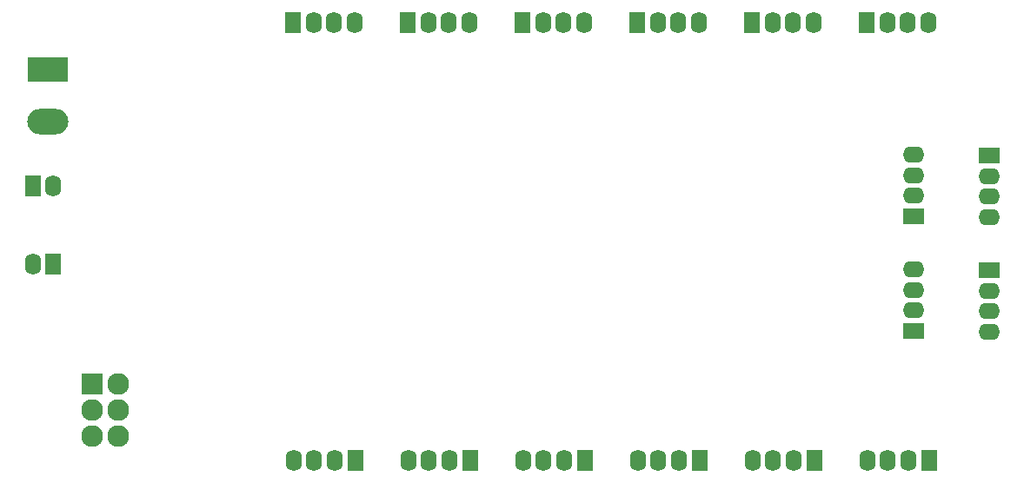
<source format=gbs>
G04 #@! TF.GenerationSoftware,KiCad,Pcbnew,(5.0.0)*
G04 #@! TF.CreationDate,2019-08-07T23:03:13+02:00*
G04 #@! TF.ProjectId,minireklame,6D696E6972656B6C616D652E6B696361,rev?*
G04 #@! TF.SameCoordinates,Original*
G04 #@! TF.FileFunction,Soldermask,Bot*
G04 #@! TF.FilePolarity,Negative*
%FSLAX46Y46*%
G04 Gerber Fmt 4.6, Leading zero omitted, Abs format (unit mm)*
G04 Created by KiCad (PCBNEW (5.0.0)) date 08/07/19 23:03:13*
%MOMM*%
%LPD*%
G01*
G04 APERTURE LIST*
%ADD10R,2.127200X2.127200*%
%ADD11O,2.127200X2.127200*%
%ADD12R,4.000000X2.480000*%
%ADD13O,4.000000X2.480000*%
%ADD14R,1.600000X2.100000*%
%ADD15O,1.600000X2.100000*%
%ADD16R,2.100000X1.600000*%
%ADD17O,2.100000X1.600000*%
G04 APERTURE END LIST*
D10*
G04 #@! TO.C,P18*
X78999000Y-88984000D03*
D11*
X81539000Y-88984000D03*
X78999000Y-91524000D03*
X81539000Y-91524000D03*
X78999000Y-94064000D03*
X81539000Y-94064000D03*
G04 #@! TD*
D12*
G04 #@! TO.C,P17*
X74681000Y-58306000D03*
D13*
X74681000Y-63386000D03*
G04 #@! TD*
D14*
G04 #@! TO.C,P20*
X75189000Y-77300000D03*
D15*
X73189000Y-77300000D03*
G04 #@! TD*
D14*
G04 #@! TO.C,P19*
X73189000Y-69680000D03*
D15*
X75189000Y-69680000D03*
G04 #@! TD*
D14*
G04 #@! TO.C,P10*
X154437000Y-53728800D03*
D15*
X156437000Y-53728800D03*
X158437000Y-53728800D03*
X160437000Y-53728800D03*
G04 #@! TD*
D16*
G04 #@! TO.C,P7*
X159009000Y-83808000D03*
D17*
X159009000Y-81808000D03*
X159009000Y-79808000D03*
X159009000Y-77808000D03*
G04 #@! TD*
D16*
G04 #@! TO.C,P15*
X166375000Y-66696000D03*
D17*
X166375000Y-68696000D03*
X166375000Y-70696000D03*
X166375000Y-72696000D03*
G04 #@! TD*
D14*
G04 #@! TO.C,P4*
X104599411Y-96451671D03*
D15*
X102599411Y-96451671D03*
X100599411Y-96451671D03*
X98599411Y-96451671D03*
G04 #@! TD*
D14*
G04 #@! TO.C,P14*
X143261000Y-53728800D03*
D15*
X145261000Y-53728800D03*
X147261000Y-53728800D03*
X149261000Y-53728800D03*
G04 #@! TD*
D16*
G04 #@! TO.C,P3*
X166375000Y-77872000D03*
D17*
X166375000Y-79872000D03*
X166375000Y-81872000D03*
X166375000Y-83872000D03*
G04 #@! TD*
D14*
G04 #@! TO.C,P13*
X132085000Y-53728800D03*
D15*
X134085000Y-53728800D03*
X136085000Y-53728800D03*
X138085000Y-53728800D03*
G04 #@! TD*
D14*
G04 #@! TO.C,P2*
X149303411Y-96451671D03*
D15*
X147303411Y-96451671D03*
X145303411Y-96451671D03*
X143303411Y-96451671D03*
G04 #@! TD*
D14*
G04 #@! TO.C,P1*
X138127411Y-96451671D03*
D15*
X136127411Y-96451671D03*
X134127411Y-96451671D03*
X132127411Y-96451671D03*
G04 #@! TD*
D14*
G04 #@! TO.C,P0*
X115775411Y-96451671D03*
D15*
X113775411Y-96451671D03*
X111775411Y-96451671D03*
X109775411Y-96451671D03*
G04 #@! TD*
D14*
G04 #@! TO.C,P8*
X98557000Y-53728800D03*
D15*
X100557000Y-53728800D03*
X102557000Y-53728800D03*
X104557000Y-53728800D03*
G04 #@! TD*
D14*
G04 #@! TO.C,P12*
X109733000Y-53728800D03*
D15*
X111733000Y-53728800D03*
X113733000Y-53728800D03*
X115733000Y-53728800D03*
G04 #@! TD*
D14*
G04 #@! TO.C,P9*
X120909000Y-53728800D03*
D15*
X122909000Y-53728800D03*
X124909000Y-53728800D03*
X126909000Y-53728800D03*
G04 #@! TD*
D16*
G04 #@! TO.C,P11*
X159009000Y-72632000D03*
D17*
X159009000Y-70632000D03*
X159009000Y-68632000D03*
X159009000Y-66632000D03*
G04 #@! TD*
D14*
G04 #@! TO.C,P6*
X160479411Y-96451671D03*
D15*
X158479411Y-96451671D03*
X156479411Y-96451671D03*
X154479411Y-96451671D03*
G04 #@! TD*
D14*
G04 #@! TO.C,P5*
X126951411Y-96451671D03*
D15*
X124951411Y-96451671D03*
X122951411Y-96451671D03*
X120951411Y-96451671D03*
G04 #@! TD*
M02*

</source>
